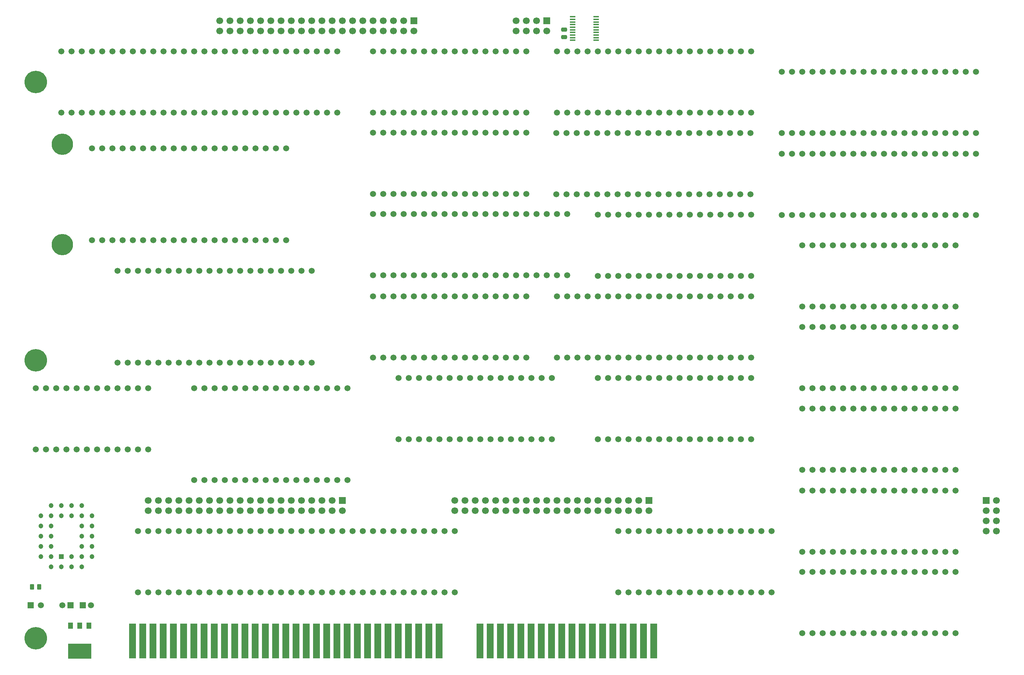
<source format=gts>
%TF.GenerationSoftware,KiCad,Pcbnew,9.0.7-9.0.7~ubuntu24.04.1*%
%TF.CreationDate,2026-01-20T17:29:24+02:00*%
%TF.ProjectId,Video Board - Signals,56696465-6f20-4426-9f61-7264202d2053,V0*%
%TF.SameCoordinates,Original*%
%TF.FileFunction,Soldermask,Top*%
%TF.FilePolarity,Negative*%
%FSLAX46Y46*%
G04 Gerber Fmt 4.6, Leading zero omitted, Abs format (unit mm)*
G04 Created by KiCad (PCBNEW 9.0.7-9.0.7~ubuntu24.04.1) date 2026-01-20 17:29:24*
%MOMM*%
%LPD*%
G01*
G04 APERTURE LIST*
G04 Aperture macros list*
%AMRoundRect*
0 Rectangle with rounded corners*
0 $1 Rounding radius*
0 $2 $3 $4 $5 $6 $7 $8 $9 X,Y pos of 4 corners*
0 Add a 4 corners polygon primitive as box body*
4,1,4,$2,$3,$4,$5,$6,$7,$8,$9,$2,$3,0*
0 Add four circle primitives for the rounded corners*
1,1,$1+$1,$2,$3*
1,1,$1+$1,$4,$5*
1,1,$1+$1,$6,$7*
1,1,$1+$1,$8,$9*
0 Add four rect primitives between the rounded corners*
20,1,$1+$1,$2,$3,$4,$5,0*
20,1,$1+$1,$4,$5,$6,$7,0*
20,1,$1+$1,$6,$7,$8,$9,0*
20,1,$1+$1,$8,$9,$2,$3,0*%
G04 Aperture macros list end*
%ADD10R,1.700000X1.700000*%
%ADD11C,1.700000*%
%ADD12C,5.600000*%
%ADD13C,1.500000*%
%ADD14R,1.500000X1.500000*%
%ADD15R,1.475000X0.450000*%
%ADD16R,1.780000X8.620000*%
%ADD17RoundRect,0.250000X-0.262500X-0.450000X0.262500X-0.450000X0.262500X0.450000X-0.262500X0.450000X0*%
%ADD18C,1.200000*%
%ADD19R,1.200000X1.200000*%
%ADD20C,5.300000*%
%ADD21R,5.842000X3.810000*%
%ADD22R,1.200000X1.500000*%
%ADD23RoundRect,0.250000X-0.475000X0.250000X-0.475000X-0.250000X0.475000X-0.250000X0.475000X0.250000X0*%
G04 APERTURE END LIST*
D10*
%TO.C,J6*%
X212090000Y35560000D03*
D11*
X214630000Y35560000D03*
X212090000Y33020000D03*
X214630000Y33020000D03*
X212090000Y30480000D03*
X214630000Y30480000D03*
X212090000Y27940000D03*
X214630000Y27940000D03*
%TD*%
D10*
%TO.C,J1*%
X102870000Y154940000D03*
D11*
X102870000Y152400000D03*
X100330000Y154940000D03*
X100330000Y152400000D03*
X97790000Y154940000D03*
X97790000Y152400000D03*
X95250000Y154940000D03*
X95250000Y152400000D03*
%TD*%
D10*
%TO.C,J3*%
X69850000Y154940000D03*
D11*
X69850000Y152400000D03*
X67310000Y154940000D03*
X67310000Y152400000D03*
X64770000Y154940000D03*
X64770000Y152400000D03*
X62230000Y154940000D03*
X62230000Y152400000D03*
X59690000Y154940000D03*
X59690000Y152400000D03*
X57150000Y154940000D03*
X57150000Y152400000D03*
X54610000Y154940000D03*
X54610000Y152400000D03*
X52070000Y154940000D03*
X52070000Y152400000D03*
X49530000Y154940000D03*
X49530000Y152400000D03*
X46990000Y154940000D03*
X46990000Y152400000D03*
X44450000Y154940000D03*
X44450000Y152400000D03*
X41910000Y154940000D03*
X41910000Y152400000D03*
X39370000Y154940000D03*
X39370000Y152400000D03*
X36830000Y154940000D03*
X36830000Y152400000D03*
X34290000Y154940000D03*
X34290000Y152400000D03*
X31750000Y154940000D03*
X31750000Y152400000D03*
X29210000Y154940000D03*
X29210000Y152400000D03*
X26670000Y154940000D03*
X26670000Y152400000D03*
X24130000Y154940000D03*
X24130000Y152400000D03*
X21590000Y154940000D03*
X21590000Y152400000D03*
%TD*%
D10*
%TO.C,J4*%
X52070000Y35560000D03*
D11*
X52070000Y33020000D03*
X49530000Y35560000D03*
X49530000Y33020000D03*
X46990000Y35560000D03*
X46990000Y33020000D03*
X44450000Y35560000D03*
X44450000Y33020000D03*
X41910000Y35560000D03*
X41910000Y33020000D03*
X39370000Y35560000D03*
X39370000Y33020000D03*
X36830000Y35560000D03*
X36830000Y33020000D03*
X34290000Y35560000D03*
X34290000Y33020000D03*
X31750000Y35560000D03*
X31750000Y33020000D03*
X29210000Y35560000D03*
X29210000Y33020000D03*
X26670000Y35560000D03*
X26670000Y33020000D03*
X24130000Y35560000D03*
X24130000Y33020000D03*
X21590000Y35560000D03*
X21590000Y33020000D03*
X19050000Y35560000D03*
X19050000Y33020000D03*
X16510000Y35560000D03*
X16510000Y33020000D03*
X13970000Y35560000D03*
X13970000Y33020000D03*
X11430000Y35560000D03*
X11430000Y33020000D03*
X8890000Y35560000D03*
X8890000Y33020000D03*
X6350000Y35560000D03*
X6350000Y33020000D03*
X3810000Y35560000D03*
X3810000Y33020000D03*
%TD*%
D10*
%TO.C,J2*%
X128270000Y35560000D03*
D11*
X128270000Y33020000D03*
X125730000Y35560000D03*
X125730000Y33020000D03*
X123190000Y35560000D03*
X123190000Y33020000D03*
X120650000Y35560000D03*
X120650000Y33020000D03*
X118110000Y35560000D03*
X118110000Y33020000D03*
X115570000Y35560000D03*
X115570000Y33020000D03*
X113030000Y35560000D03*
X113030000Y33020000D03*
X110490000Y35560000D03*
X110490000Y33020000D03*
X107950000Y35560000D03*
X107950000Y33020000D03*
X105410000Y35560000D03*
X105410000Y33020000D03*
X102870000Y35560000D03*
X102870000Y33020000D03*
X100330000Y35560000D03*
X100330000Y33020000D03*
X97790000Y35560000D03*
X97790000Y33020000D03*
X95250000Y35560000D03*
X95250000Y33020000D03*
X92710000Y35560000D03*
X92710000Y33020000D03*
X90170000Y35560000D03*
X90170000Y33020000D03*
X87630000Y35560000D03*
X87630000Y33020000D03*
X85090000Y35560000D03*
X85090000Y33020000D03*
X82550000Y35560000D03*
X82550000Y33020000D03*
X80010000Y35560000D03*
X80010000Y33020000D03*
%TD*%
D12*
%TO.C,H19*%
X-24130000Y139700000D03*
%TD*%
D13*
%TO.C,C2*%
X-10402600Y9525000D03*
D14*
X-12402600Y9525000D03*
%TD*%
D13*
%TO.C,LED1*%
X-22860000Y9525000D03*
D14*
X-25400000Y9525000D03*
%TD*%
D13*
%TO.C,B9*%
X166370000Y78740000D03*
X168910000Y78740000D03*
X171450000Y78740000D03*
X173990000Y78740000D03*
X176530000Y78740000D03*
X179070000Y78740000D03*
X181610000Y78740000D03*
X184150000Y78740000D03*
X186690000Y78740000D03*
X189230000Y78740000D03*
X191770000Y78740000D03*
X194310000Y78740000D03*
X196850000Y78740000D03*
X199390000Y78740000D03*
X201930000Y78740000D03*
X204470000Y78740000D03*
X204470000Y63500000D03*
X201930000Y63500000D03*
X199390000Y63500000D03*
X196850000Y63500000D03*
X194310000Y63500000D03*
X191770000Y63500000D03*
X189230000Y63500000D03*
X186690000Y63500000D03*
X184150000Y63500000D03*
X181610000Y63500000D03*
X179070000Y63500000D03*
X176530000Y63500000D03*
X173990000Y63500000D03*
X171450000Y63500000D03*
X168910000Y63500000D03*
X166370000Y63500000D03*
%TD*%
D15*
%TO.C,IC3*%
X109330000Y150110000D03*
X109330000Y150760000D03*
X109330000Y151410000D03*
X109330000Y152060000D03*
X109330000Y152710000D03*
X109330000Y153360000D03*
X109330000Y154010000D03*
X109330000Y154660000D03*
X109330000Y155310000D03*
X109330000Y155960000D03*
X115206000Y155960000D03*
X115206000Y155310000D03*
X115206000Y154660000D03*
X115206000Y154010000D03*
X115206000Y153360000D03*
X115206000Y152710000D03*
X115206000Y152060000D03*
X115206000Y151410000D03*
X115206000Y150760000D03*
X115206000Y150110000D03*
%TD*%
D13*
%TO.C,B40*%
X209550000Y106646000D03*
X207010000Y106646000D03*
X204470000Y106646000D03*
X201930000Y106646000D03*
X199390000Y106646000D03*
X196850000Y106646000D03*
X194310000Y106646000D03*
X191770000Y106646000D03*
X189230000Y106646000D03*
X186690000Y106646000D03*
X184150000Y106646000D03*
X181610000Y106646000D03*
X179070000Y106646000D03*
X176530000Y106646000D03*
X173990000Y106646000D03*
X171450000Y106646000D03*
X168910000Y106646000D03*
X166370000Y106646000D03*
X163830000Y106646000D03*
X161290000Y106646000D03*
X161290000Y121886000D03*
X163830000Y121886000D03*
X166370000Y121886000D03*
X168910000Y121886000D03*
X171450000Y121886000D03*
X173990000Y121886000D03*
X176530000Y121886000D03*
X179070000Y121886000D03*
X181610000Y121886000D03*
X184150000Y121886000D03*
X186690000Y121886000D03*
X189230000Y121886000D03*
X191770000Y121886000D03*
X194310000Y121886000D03*
X196850000Y121886000D03*
X199390000Y121886000D03*
X201930000Y121886000D03*
X204470000Y121886000D03*
X207010000Y121886000D03*
X209550000Y121886000D03*
%TD*%
%TO.C,B16*%
X1270000Y27940000D03*
X3810000Y27940000D03*
X6350000Y27940000D03*
X8890000Y27940000D03*
X11430000Y27940000D03*
X13970000Y27940000D03*
X16510000Y27940000D03*
X19050000Y27940000D03*
X21590000Y27940000D03*
X24130000Y27940000D03*
X26670000Y27940000D03*
X29210000Y27940000D03*
X31750000Y27940000D03*
X34290000Y27940000D03*
X36830000Y27940000D03*
X39370000Y27940000D03*
X41910000Y27940000D03*
X44450000Y27940000D03*
X46990000Y27940000D03*
X49530000Y27940000D03*
X52070000Y27940000D03*
X54610000Y27940000D03*
X57150000Y27940000D03*
X59690000Y27940000D03*
X62230000Y27940000D03*
X64770000Y27940000D03*
X67310000Y27940000D03*
X69850000Y27940000D03*
X72390000Y27940000D03*
X74930000Y27940000D03*
X77470000Y27940000D03*
X80010000Y27940000D03*
X80010000Y12700000D03*
X77470000Y12700000D03*
X74930000Y12700000D03*
X72390000Y12700000D03*
X69850000Y12700000D03*
X67310000Y12700000D03*
X64770000Y12700000D03*
X62230000Y12700000D03*
X59690000Y12700000D03*
X57150000Y12700000D03*
X54610000Y12700000D03*
X52070000Y12700000D03*
X49530000Y12700000D03*
X46990000Y12700000D03*
X44450000Y12700000D03*
X41910000Y12700000D03*
X39370000Y12700000D03*
X36830000Y12700000D03*
X34290000Y12700000D03*
X31750000Y12700000D03*
X29210000Y12700000D03*
X26670000Y12700000D03*
X24130000Y12700000D03*
X21590000Y12700000D03*
X19050000Y12700000D03*
X16510000Y12700000D03*
X13970000Y12700000D03*
X11430000Y12700000D03*
X8890000Y12700000D03*
X6350000Y12700000D03*
X3810000Y12700000D03*
X1270000Y12700000D03*
%TD*%
D16*
%TO.C,J5*%
X129489200Y635000D03*
X126949200Y635000D03*
X124409200Y635000D03*
X121869200Y635000D03*
X119329200Y635000D03*
X116789200Y635000D03*
X114249200Y635000D03*
X111709200Y635000D03*
X109169200Y635000D03*
X106629200Y635000D03*
X104089200Y635000D03*
X101549200Y635000D03*
X99009200Y635000D03*
X96469200Y635000D03*
X93929200Y635000D03*
X91389200Y635000D03*
X88849200Y635000D03*
X86309200Y635000D03*
X76149200Y635000D03*
X73609200Y635000D03*
X71069200Y635000D03*
X68529200Y635000D03*
X65989200Y635000D03*
X63449200Y635000D03*
X60909200Y635000D03*
X58369200Y635000D03*
X55829200Y635000D03*
X53289200Y635000D03*
X50749200Y635000D03*
X48209200Y635000D03*
X45669200Y635000D03*
X43129200Y635000D03*
X40589200Y635000D03*
X38049200Y635000D03*
X35509200Y635000D03*
X32969200Y635000D03*
X30429200Y635000D03*
X27889200Y635000D03*
X25349200Y635000D03*
X22809200Y635000D03*
X20269200Y635000D03*
X17729200Y635000D03*
X15189200Y635000D03*
X12649200Y635000D03*
X10109200Y635000D03*
X7569200Y635000D03*
X5029200Y635000D03*
X2489200Y635000D03*
X-50800Y635000D03*
%TD*%
D13*
%TO.C,B26*%
X153670000Y50800000D03*
X151130000Y50800000D03*
X148590000Y50800000D03*
X146050000Y50800000D03*
X143510000Y50800000D03*
X140970000Y50800000D03*
X138430000Y50800000D03*
X135890000Y50800000D03*
X133350000Y50800000D03*
X130810000Y50800000D03*
X128270000Y50800000D03*
X125730000Y50800000D03*
X123190000Y50800000D03*
X120650000Y50800000D03*
X118110000Y50800000D03*
X115570000Y50800000D03*
X115570000Y66040000D03*
X118110000Y66040000D03*
X120650000Y66040000D03*
X123190000Y66040000D03*
X125730000Y66040000D03*
X128270000Y66040000D03*
X130810000Y66040000D03*
X133350000Y66040000D03*
X135890000Y66040000D03*
X138430000Y66040000D03*
X140970000Y66040000D03*
X143510000Y66040000D03*
X146050000Y66040000D03*
X148590000Y66040000D03*
X151130000Y66040000D03*
X153670000Y66040000D03*
%TD*%
%TO.C,B10*%
X-24130000Y63500000D03*
X-21590000Y63500000D03*
X-19050000Y63500000D03*
X-16510000Y63500000D03*
X-13970000Y63500000D03*
X-11430000Y63500000D03*
X-8890000Y63500000D03*
X-6350000Y63500000D03*
X-3810000Y63500000D03*
X-1270000Y63500000D03*
X1270000Y63500000D03*
X3810000Y63500000D03*
X3810000Y48260000D03*
X1270000Y48260000D03*
X-1270000Y48260000D03*
X-3810000Y48260000D03*
X-6350000Y48260000D03*
X-8890000Y48260000D03*
X-11430000Y48260000D03*
X-13970000Y48260000D03*
X-16510000Y48260000D03*
X-19050000Y48260000D03*
X-21590000Y48260000D03*
X-24130000Y48260000D03*
%TD*%
%TO.C,B12*%
X107950000Y91610000D03*
X105410000Y91610000D03*
X102870000Y91610000D03*
X100330000Y91610000D03*
X97790000Y91610000D03*
X95250000Y91610000D03*
X92710000Y91610000D03*
X90170000Y91610000D03*
X87630000Y91610000D03*
X85090000Y91610000D03*
X82550000Y91610000D03*
X80010000Y91610000D03*
X77470000Y91610000D03*
X74930000Y91610000D03*
X72390000Y91610000D03*
X69850000Y91610000D03*
X67310000Y91610000D03*
X64770000Y91610000D03*
X62230000Y91610000D03*
X59690000Y91610000D03*
X59690000Y106850000D03*
X62230000Y106850000D03*
X64770000Y106850000D03*
X67310000Y106850000D03*
X69850000Y106850000D03*
X72390000Y106850000D03*
X74930000Y106850000D03*
X77470000Y106850000D03*
X80010000Y106850000D03*
X82550000Y106850000D03*
X85090000Y106850000D03*
X87630000Y106850000D03*
X90170000Y106850000D03*
X92710000Y106850000D03*
X95250000Y106850000D03*
X97790000Y106850000D03*
X100330000Y106850000D03*
X102870000Y106850000D03*
X105410000Y106850000D03*
X107950000Y106850000D03*
%TD*%
D17*
%TO.C,R3*%
X-23217500Y14107000D03*
X-25042500Y14107000D03*
%TD*%
D13*
%TO.C,B6*%
X153670000Y91440000D03*
X151130000Y91440000D03*
X148590000Y91440000D03*
X146050000Y91440000D03*
X143510000Y91440000D03*
X140970000Y91440000D03*
X138430000Y91440000D03*
X135890000Y91440000D03*
X133350000Y91440000D03*
X130810000Y91440000D03*
X128270000Y91440000D03*
X125730000Y91440000D03*
X123190000Y91440000D03*
X120650000Y91440000D03*
X118110000Y91440000D03*
X115570000Y91440000D03*
X115570000Y106680000D03*
X118110000Y106680000D03*
X120650000Y106680000D03*
X123190000Y106680000D03*
X125730000Y106680000D03*
X128270000Y106680000D03*
X130810000Y106680000D03*
X133350000Y106680000D03*
X135890000Y106680000D03*
X138430000Y106680000D03*
X140970000Y106680000D03*
X143510000Y106680000D03*
X146050000Y106680000D03*
X148590000Y106680000D03*
X151130000Y106680000D03*
X153670000Y106680000D03*
%TD*%
%TO.C,C1*%
X-17494000Y9525000D03*
D14*
X-15494000Y9525000D03*
%TD*%
D13*
%TO.C,B8*%
X166370000Y99060000D03*
X168910000Y99060000D03*
X171450000Y99060000D03*
X173990000Y99060000D03*
X176530000Y99060000D03*
X179070000Y99060000D03*
X181610000Y99060000D03*
X184150000Y99060000D03*
X186690000Y99060000D03*
X189230000Y99060000D03*
X191770000Y99060000D03*
X194310000Y99060000D03*
X196850000Y99060000D03*
X199390000Y99060000D03*
X201930000Y99060000D03*
X204470000Y99060000D03*
X204470000Y83820000D03*
X201930000Y83820000D03*
X199390000Y83820000D03*
X196850000Y83820000D03*
X194310000Y83820000D03*
X191770000Y83820000D03*
X189230000Y83820000D03*
X186690000Y83820000D03*
X184150000Y83820000D03*
X181610000Y83820000D03*
X179070000Y83820000D03*
X176530000Y83820000D03*
X173990000Y83820000D03*
X171450000Y83820000D03*
X168910000Y83820000D03*
X166370000Y83820000D03*
%TD*%
%TO.C,B7*%
X97790000Y111896000D03*
X95250000Y111896000D03*
X92710000Y111896000D03*
X90170000Y111896000D03*
X87630000Y111896000D03*
X85090000Y111896000D03*
X82550000Y111896000D03*
X80010000Y111896000D03*
X77470000Y111896000D03*
X74930000Y111896000D03*
X72390000Y111896000D03*
X69850000Y111896000D03*
X67310000Y111896000D03*
X64770000Y111896000D03*
X62230000Y111896000D03*
X59690000Y111896000D03*
X59690000Y127136000D03*
X62230000Y127136000D03*
X64770000Y127136000D03*
X67310000Y127136000D03*
X69850000Y127136000D03*
X72390000Y127136000D03*
X74930000Y127136000D03*
X77470000Y127136000D03*
X80010000Y127136000D03*
X82550000Y127136000D03*
X85090000Y127136000D03*
X87630000Y127136000D03*
X90170000Y127136000D03*
X92710000Y127136000D03*
X95250000Y127136000D03*
X97790000Y127136000D03*
%TD*%
D18*
%TO.C,IC2*%
X-17780000Y19050000D03*
X-20320000Y21590000D03*
X-20320000Y19050000D03*
X-22860000Y21590000D03*
X-20320000Y24130000D03*
X-22860000Y24130000D03*
X-20320000Y26670000D03*
X-22860000Y26670000D03*
X-20320000Y29210000D03*
X-22860000Y29210000D03*
X-20320000Y31750000D03*
X-22860000Y31750000D03*
X-20320000Y34290000D03*
X-17780000Y31750000D03*
X-17780000Y34290000D03*
X-15240000Y31750000D03*
X-15240000Y34290000D03*
X-12700000Y31750000D03*
X-12700000Y34290000D03*
X-10160000Y31750000D03*
X-12700000Y29210000D03*
X-10160000Y29210000D03*
X-12700000Y26670000D03*
X-10160000Y26670000D03*
X-12700000Y24130000D03*
X-10160000Y24130000D03*
X-12700000Y21590000D03*
X-10160000Y21590000D03*
X-12700000Y19050000D03*
X-15240000Y21590000D03*
X-15240000Y19050000D03*
D19*
X-17780000Y21590000D03*
%TD*%
D12*
%TO.C,H1*%
X-24130000Y70485000D03*
%TD*%
D13*
%TO.C,B36*%
X-10160000Y123190000D03*
X-7620000Y123190000D03*
X-5080000Y123190000D03*
X-2540000Y123190000D03*
X0Y123190000D03*
X2540000Y123190000D03*
X5080000Y123190000D03*
X7620000Y123190000D03*
X10160000Y123190000D03*
X12700000Y123190000D03*
X15240000Y123190000D03*
X17780000Y123190000D03*
X20320000Y123190000D03*
X22860000Y123190000D03*
X25400000Y123190000D03*
X27940000Y123190000D03*
X30480000Y123190000D03*
X33020000Y123190000D03*
X35560000Y123190000D03*
X38100000Y123190000D03*
X38100000Y100330000D03*
X35560000Y100330000D03*
X33020000Y100330000D03*
X30480000Y100330000D03*
X27940000Y100330000D03*
X25400000Y100330000D03*
X22860000Y100330000D03*
X20320000Y100330000D03*
X17780000Y100330000D03*
X15240000Y100330000D03*
X12700000Y100330000D03*
X10160000Y100330000D03*
X7620000Y100330000D03*
X5080000Y100330000D03*
X2540000Y100330000D03*
X0Y100330000D03*
X-2540000Y100330000D03*
X-5080000Y100330000D03*
X-7620000Y100330000D03*
X-10160000Y100330000D03*
D20*
X-17526000Y124259999D03*
X-17526000Y99259999D03*
%TD*%
D13*
%TO.C,B3*%
X153670000Y71120000D03*
X151130000Y71120000D03*
X148590000Y71120000D03*
X146050000Y71120000D03*
X143510000Y71120000D03*
X140970000Y71120000D03*
X138430000Y71120000D03*
X135890000Y71120000D03*
X133350000Y71120000D03*
X130810000Y71120000D03*
X128270000Y71120000D03*
X125730000Y71120000D03*
X123190000Y71120000D03*
X120650000Y71120000D03*
X118110000Y71120000D03*
X115570000Y71120000D03*
X113030000Y71120000D03*
X110490000Y71120000D03*
X107950000Y71120000D03*
X105410000Y71120000D03*
X105410000Y86360000D03*
X107950000Y86360000D03*
X110490000Y86360000D03*
X113030000Y86360000D03*
X115570000Y86360000D03*
X118110000Y86360000D03*
X120650000Y86360000D03*
X123190000Y86360000D03*
X125730000Y86360000D03*
X128270000Y86360000D03*
X130810000Y86360000D03*
X133350000Y86360000D03*
X135890000Y86360000D03*
X138430000Y86360000D03*
X140970000Y86360000D03*
X143510000Y86360000D03*
X146050000Y86360000D03*
X148590000Y86360000D03*
X151130000Y86360000D03*
X153670000Y86360000D03*
%TD*%
%TO.C,B15*%
X166370000Y58420000D03*
X168910000Y58420000D03*
X171450000Y58420000D03*
X173990000Y58420000D03*
X176530000Y58420000D03*
X179070000Y58420000D03*
X181610000Y58420000D03*
X184150000Y58420000D03*
X186690000Y58420000D03*
X189230000Y58420000D03*
X191770000Y58420000D03*
X194310000Y58420000D03*
X196850000Y58420000D03*
X199390000Y58420000D03*
X201930000Y58420000D03*
X204470000Y58420000D03*
X204470000Y43180000D03*
X201930000Y43180000D03*
X199390000Y43180000D03*
X196850000Y43180000D03*
X194310000Y43180000D03*
X191770000Y43180000D03*
X189230000Y43180000D03*
X186690000Y43180000D03*
X184150000Y43180000D03*
X181610000Y43180000D03*
X179070000Y43180000D03*
X176530000Y43180000D03*
X173990000Y43180000D03*
X171450000Y43180000D03*
X168910000Y43180000D03*
X166370000Y43180000D03*
%TD*%
%TO.C,B2*%
X153670000Y132080000D03*
X151130000Y132080000D03*
X148590000Y132080000D03*
X146050000Y132080000D03*
X143510000Y132080000D03*
X140970000Y132080000D03*
X138430000Y132080000D03*
X135890000Y132080000D03*
X133350000Y132080000D03*
X130810000Y132080000D03*
X128270000Y132080000D03*
X125730000Y132080000D03*
X123190000Y132080000D03*
X120650000Y132080000D03*
X118110000Y132080000D03*
X115570000Y132080000D03*
X113030000Y132080000D03*
X110490000Y132080000D03*
X107950000Y132080000D03*
X105410000Y132080000D03*
X105410000Y147320000D03*
X107950000Y147320000D03*
X110490000Y147320000D03*
X113030000Y147320000D03*
X115570000Y147320000D03*
X118110000Y147320000D03*
X120650000Y147320000D03*
X123190000Y147320000D03*
X125730000Y147320000D03*
X128270000Y147320000D03*
X130810000Y147320000D03*
X133350000Y147320000D03*
X135890000Y147320000D03*
X138430000Y147320000D03*
X140970000Y147320000D03*
X143510000Y147320000D03*
X146050000Y147320000D03*
X148590000Y147320000D03*
X151130000Y147320000D03*
X153670000Y147320000D03*
%TD*%
%TO.C,B11*%
X166370000Y17780000D03*
X168910000Y17780000D03*
X171450000Y17780000D03*
X173990000Y17780000D03*
X176530000Y17780000D03*
X179070000Y17780000D03*
X181610000Y17780000D03*
X184150000Y17780000D03*
X186690000Y17780000D03*
X189230000Y17780000D03*
X191770000Y17780000D03*
X194310000Y17780000D03*
X196850000Y17780000D03*
X199390000Y17780000D03*
X201930000Y17780000D03*
X204470000Y17780000D03*
X204470000Y2540000D03*
X201930000Y2540000D03*
X199390000Y2540000D03*
X196850000Y2540000D03*
X194310000Y2540000D03*
X191770000Y2540000D03*
X189230000Y2540000D03*
X186690000Y2540000D03*
X184150000Y2540000D03*
X181610000Y2540000D03*
X179070000Y2540000D03*
X176530000Y2540000D03*
X173990000Y2540000D03*
X171450000Y2540000D03*
X168910000Y2540000D03*
X166370000Y2540000D03*
%TD*%
%TO.C,B23*%
X166370000Y38066000D03*
X168910000Y38066000D03*
X171450000Y38066000D03*
X173990000Y38066000D03*
X176530000Y38066000D03*
X179070000Y38066000D03*
X181610000Y38066000D03*
X184150000Y38066000D03*
X186690000Y38066000D03*
X189230000Y38066000D03*
X191770000Y38066000D03*
X194310000Y38066000D03*
X196850000Y38066000D03*
X199390000Y38066000D03*
X201930000Y38066000D03*
X204470000Y38066000D03*
X204470000Y22826000D03*
X201930000Y22826000D03*
X199390000Y22826000D03*
X196850000Y22826000D03*
X194310000Y22826000D03*
X191770000Y22826000D03*
X189230000Y22826000D03*
X186690000Y22826000D03*
X184150000Y22826000D03*
X181610000Y22826000D03*
X179070000Y22826000D03*
X176530000Y22826000D03*
X173990000Y22826000D03*
X171450000Y22826000D03*
X168910000Y22826000D03*
X166370000Y22826000D03*
%TD*%
D21*
%TO.C,IC1*%
X-13194000Y-1930000D03*
D22*
X-15494000Y4445000D03*
X-13194000Y4445000D03*
X-10894000Y4445000D03*
%TD*%
D13*
%TO.C,B13*%
X97790000Y71154000D03*
X95250000Y71154000D03*
X92710000Y71154000D03*
X90170000Y71154000D03*
X87630000Y71154000D03*
X85090000Y71154000D03*
X82550000Y71154000D03*
X80010000Y71154000D03*
X77470000Y71154000D03*
X74930000Y71154000D03*
X72390000Y71154000D03*
X69850000Y71154000D03*
X67310000Y71154000D03*
X64770000Y71154000D03*
X62230000Y71154000D03*
X59690000Y71154000D03*
X59690000Y86394000D03*
X62230000Y86394000D03*
X64770000Y86394000D03*
X67310000Y86394000D03*
X69850000Y86394000D03*
X72390000Y86394000D03*
X74930000Y86394000D03*
X77470000Y86394000D03*
X80010000Y86394000D03*
X82550000Y86394000D03*
X85090000Y86394000D03*
X87630000Y86394000D03*
X90170000Y86394000D03*
X92710000Y86394000D03*
X95250000Y86394000D03*
X97790000Y86394000D03*
%TD*%
%TO.C,B5*%
X153543000Y111760000D03*
X151003000Y111760000D03*
X148463000Y111760000D03*
X145923000Y111760000D03*
X143383000Y111760000D03*
X140843000Y111760000D03*
X138303000Y111760000D03*
X135763000Y111760000D03*
X133223000Y111760000D03*
X130683000Y111760000D03*
X128143000Y111760000D03*
X125603000Y111760000D03*
X123063000Y111760000D03*
X120523000Y111760000D03*
X117983000Y111760000D03*
X115443000Y111760000D03*
X112903000Y111760000D03*
X110363000Y111760000D03*
X107823000Y111760000D03*
X105283000Y111760000D03*
X105283000Y127000000D03*
X107823000Y127000000D03*
X110363000Y127000000D03*
X112903000Y127000000D03*
X115443000Y127000000D03*
X117983000Y127000000D03*
X120523000Y127000000D03*
X123063000Y127000000D03*
X125603000Y127000000D03*
X128143000Y127000000D03*
X130683000Y127000000D03*
X133223000Y127000000D03*
X135763000Y127000000D03*
X138303000Y127000000D03*
X140843000Y127000000D03*
X143383000Y127000000D03*
X145923000Y127000000D03*
X148463000Y127000000D03*
X151003000Y127000000D03*
X153543000Y127000000D03*
%TD*%
%TO.C,B1*%
X53340000Y40640000D03*
X50800000Y40640000D03*
X48260000Y40640000D03*
X45720000Y40640000D03*
X43180000Y40640000D03*
X40640000Y40640000D03*
X38100000Y40640000D03*
X35560000Y40640000D03*
X33020000Y40640000D03*
X30480000Y40640000D03*
X27940000Y40640000D03*
X25400000Y40640000D03*
X22860000Y40640000D03*
X20320000Y40640000D03*
X17780000Y40640000D03*
X15240000Y40640000D03*
X15240000Y63500000D03*
X17780000Y63500000D03*
X20320000Y63500000D03*
X22860000Y63500000D03*
X25400000Y63500000D03*
X27940000Y63500000D03*
X30480000Y63500000D03*
X33020000Y63500000D03*
X35560000Y63500000D03*
X38100000Y63500000D03*
X40640000Y63500000D03*
X43180000Y63500000D03*
X45720000Y63500000D03*
X48260000Y63500000D03*
X50800000Y63500000D03*
X53340000Y63500000D03*
%TD*%
%TO.C,B20*%
X158750000Y12700000D03*
X156210000Y12700000D03*
X153670000Y12700000D03*
X151130000Y12700000D03*
X148590000Y12700000D03*
X146050000Y12700000D03*
X143510000Y12700000D03*
X140970000Y12700000D03*
X138430000Y12700000D03*
X135890000Y12700000D03*
X133350000Y12700000D03*
X130810000Y12700000D03*
X128270000Y12700000D03*
X125730000Y12700000D03*
X123190000Y12700000D03*
X120650000Y12700000D03*
X120650000Y27940000D03*
X123190000Y27940000D03*
X125730000Y27940000D03*
X128270000Y27940000D03*
X130810000Y27940000D03*
X133350000Y27940000D03*
X135890000Y27940000D03*
X138430000Y27940000D03*
X140970000Y27940000D03*
X143510000Y27940000D03*
X146050000Y27940000D03*
X148590000Y27940000D03*
X151130000Y27940000D03*
X153670000Y27940000D03*
X156210000Y27940000D03*
X158750000Y27940000D03*
%TD*%
%TO.C,B38*%
X-17780000Y147320000D03*
X-15240000Y147320000D03*
X-12700000Y147320000D03*
X-10160000Y147320000D03*
X-7620000Y147320000D03*
X-5080000Y147320000D03*
X-2540000Y147320000D03*
X0Y147320000D03*
X2540000Y147320000D03*
X5080000Y147320000D03*
X7620000Y147320000D03*
X10160000Y147320000D03*
X12700000Y147320000D03*
X15240000Y147320000D03*
X17780000Y147320000D03*
X20320000Y147320000D03*
X22860000Y147320000D03*
X25400000Y147320000D03*
X27940000Y147320000D03*
X30480000Y147320000D03*
X33020000Y147320000D03*
X35560000Y147320000D03*
X38100000Y147320000D03*
X40640000Y147320000D03*
X43180000Y147320000D03*
X45720000Y147320000D03*
X48260000Y147320000D03*
X50800000Y147320000D03*
X50800000Y132080000D03*
X48260000Y132080000D03*
X45720000Y132080000D03*
X43180000Y132080000D03*
X40640000Y132080000D03*
X38100000Y132080000D03*
X35560000Y132080000D03*
X33020000Y132080000D03*
X30480000Y132080000D03*
X27940000Y132080000D03*
X25400000Y132080000D03*
X22860000Y132080000D03*
X20320000Y132080000D03*
X17780000Y132080000D03*
X15240000Y132080000D03*
X12700000Y132080000D03*
X10160000Y132080000D03*
X7620000Y132080000D03*
X5080000Y132080000D03*
X2540000Y132080000D03*
X0Y132080000D03*
X-2540000Y132080000D03*
X-5080000Y132080000D03*
X-7620000Y132080000D03*
X-10160000Y132080000D03*
X-12700000Y132080000D03*
X-15240000Y132080000D03*
X-17780000Y132080000D03*
%TD*%
%TO.C,B21*%
X97790000Y132080000D03*
X95250000Y132080000D03*
X92710000Y132080000D03*
X90170000Y132080000D03*
X87630000Y132080000D03*
X85090000Y132080000D03*
X82550000Y132080000D03*
X80010000Y132080000D03*
X77470000Y132080000D03*
X74930000Y132080000D03*
X72390000Y132080000D03*
X69850000Y132080000D03*
X67310000Y132080000D03*
X64770000Y132080000D03*
X62230000Y132080000D03*
X59690000Y132080000D03*
X59690000Y147320000D03*
X62230000Y147320000D03*
X64770000Y147320000D03*
X67310000Y147320000D03*
X69850000Y147320000D03*
X72390000Y147320000D03*
X74930000Y147320000D03*
X77470000Y147320000D03*
X80010000Y147320000D03*
X82550000Y147320000D03*
X85090000Y147320000D03*
X87630000Y147320000D03*
X90170000Y147320000D03*
X92710000Y147320000D03*
X95250000Y147320000D03*
X97790000Y147320000D03*
%TD*%
%TO.C,B37*%
X44450000Y69850000D03*
X41910000Y69850000D03*
X39370000Y69850000D03*
X36830000Y69850000D03*
X34290000Y69850000D03*
X31750000Y69850000D03*
X29210000Y69850000D03*
X26670000Y69850000D03*
X24130000Y69850000D03*
X21590000Y69850000D03*
X19050000Y69850000D03*
X16510000Y69850000D03*
X13970000Y69850000D03*
X11430000Y69850000D03*
X8890000Y69850000D03*
X6350000Y69850000D03*
X3810000Y69850000D03*
X1270000Y69850000D03*
X-1270000Y69850000D03*
X-3810000Y69850000D03*
X-3810000Y92710000D03*
X-1270000Y92710000D03*
X1270000Y92710000D03*
X3810000Y92710000D03*
X6350000Y92710000D03*
X8890000Y92710000D03*
X11430000Y92710000D03*
X13970000Y92710000D03*
X16510000Y92710000D03*
X19050000Y92710000D03*
X21590000Y92710000D03*
X24130000Y92710000D03*
X26670000Y92710000D03*
X29210000Y92710000D03*
X31750000Y92710000D03*
X34290000Y92710000D03*
X36830000Y92710000D03*
X39370000Y92710000D03*
X41910000Y92710000D03*
X44450000Y92710000D03*
%TD*%
%TO.C,B14*%
X104140000Y50800000D03*
X101600000Y50800000D03*
X99060000Y50800000D03*
X96520000Y50800000D03*
X93980000Y50800000D03*
X91440000Y50800000D03*
X88900000Y50800000D03*
X86360000Y50800000D03*
X83820000Y50800000D03*
X81280000Y50800000D03*
X78740000Y50800000D03*
X76200000Y50800000D03*
X73660000Y50800000D03*
X71120000Y50800000D03*
X68580000Y50800000D03*
X66040000Y50800000D03*
X66040000Y66040000D03*
X68580000Y66040000D03*
X71120000Y66040000D03*
X73660000Y66040000D03*
X76200000Y66040000D03*
X78740000Y66040000D03*
X81280000Y66040000D03*
X83820000Y66040000D03*
X86360000Y66040000D03*
X88900000Y66040000D03*
X91440000Y66040000D03*
X93980000Y66040000D03*
X96520000Y66040000D03*
X99060000Y66040000D03*
X101600000Y66040000D03*
X104140000Y66040000D03*
%TD*%
D12*
%TO.C,H9*%
X-24130000Y1270000D03*
%TD*%
D23*
%TO.C,C3*%
X107188000Y150881000D03*
X107188000Y152781000D03*
%TD*%
D13*
%TO.C,B39*%
X209550000Y127000000D03*
X207010000Y127000000D03*
X204470000Y127000000D03*
X201930000Y127000000D03*
X199390000Y127000000D03*
X196850000Y127000000D03*
X194310000Y127000000D03*
X191770000Y127000000D03*
X189230000Y127000000D03*
X186690000Y127000000D03*
X184150000Y127000000D03*
X181610000Y127000000D03*
X179070000Y127000000D03*
X176530000Y127000000D03*
X173990000Y127000000D03*
X171450000Y127000000D03*
X168910000Y127000000D03*
X166370000Y127000000D03*
X163830000Y127000000D03*
X161290000Y127000000D03*
X161290000Y142240000D03*
X163830000Y142240000D03*
X166370000Y142240000D03*
X168910000Y142240000D03*
X171450000Y142240000D03*
X173990000Y142240000D03*
X176530000Y142240000D03*
X179070000Y142240000D03*
X181610000Y142240000D03*
X184150000Y142240000D03*
X186690000Y142240000D03*
X189230000Y142240000D03*
X191770000Y142240000D03*
X194310000Y142240000D03*
X196850000Y142240000D03*
X199390000Y142240000D03*
X201930000Y142240000D03*
X204470000Y142240000D03*
X207010000Y142240000D03*
X209550000Y142240000D03*
%TD*%
M02*

</source>
